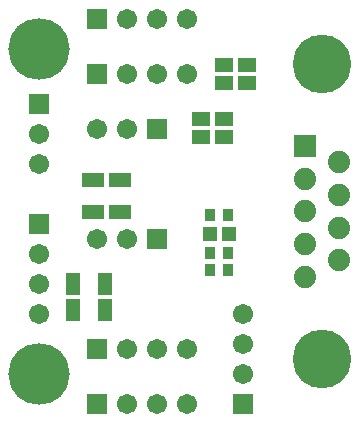
<source format=gts>
%FSDAX24Y24*%
%MOIN*%
%SFA1B1*%

%IPPOS*%
%ADD27R,0.051300X0.074900*%
%ADD28R,0.074900X0.051300*%
%ADD29R,0.035600X0.043400*%
%ADD30R,0.063100X0.051300*%
%ADD31R,0.045400X0.047400*%
%ADD32C,0.195400*%
%ADD33R,0.074500X0.074500*%
%ADD34C,0.074500*%
%ADD35C,0.067100*%
%ADD36R,0.067100X0.067100*%
%ADD37R,0.067100X0.067100*%
%ADD38C,0.204900*%
%LNdistro_layout_b-1*%
%LPD*%
G54D27*
X002182Y002113D03*
X001119D03*
X002182Y003000D03*
X001119D03*
G54D28*
X002679Y006468D03*
Y005405D03*
X001791Y006468D03*
Y005405D03*
G54D29*
X005705Y005300D03*
X006295D03*
Y004017D03*
X005705D03*
Y003445D03*
X006295D03*
G54D30*
X006938Y010289D03*
Y009698D03*
X006169Y010289D03*
Y009698D03*
X005381Y008478D03*
Y007887D03*
X006150Y008478D03*
Y007887D03*
G54D31*
X006315Y004659D03*
X005685D03*
G54D32*
X009418Y000494D03*
Y010333D03*
G54D33*
X008859Y007594D03*
G54D34*
X009977Y007049D03*
X008859Y006504D03*
X009977Y005959D03*
X008859Y005413D03*
X009977Y004868D03*
X008859Y004323D03*
X009977Y003778D03*
X008859Y003232D03*
G54D35*
X000000Y002000D03*
Y003000D03*
Y004000D03*
X004937Y000830D03*
X003937D03*
X002937D03*
X004937Y-001000D03*
X003937D03*
X002937D03*
Y008151D03*
X001937D03*
X002937Y004490D03*
X001937D03*
X000000Y008000D03*
Y007000D03*
X004937Y009981D03*
X003937D03*
X002937D03*
X006800Y002000D03*
Y001000D03*
Y000000D03*
X004937Y011811D03*
X003937D03*
X002937D03*
G54D36*
X000000Y005000D03*
Y009000D03*
X006800Y-001000D03*
G54D37*
X001937Y000830D03*
Y-001000D03*
X003937Y008151D03*
Y004490D03*
X001937Y009981D03*
Y011811D03*
G54D38*
X000000Y000000D03*
Y010827D03*
M02*
</source>
